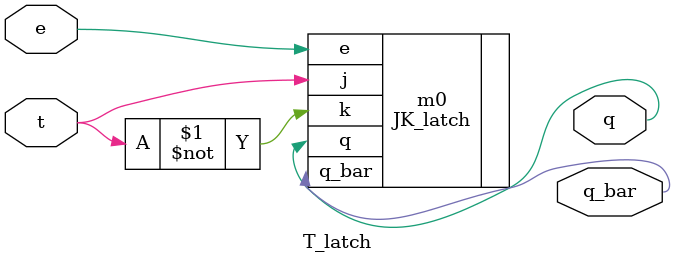
<source format=v>
`timescale 1ns / 1ps


module T_latch(input t,input e,output q,output q_bar);
JK_latch m0(.j(t),.k(~t),.e(e),.q(q),.q_bar(q_bar));
endmodule

</source>
